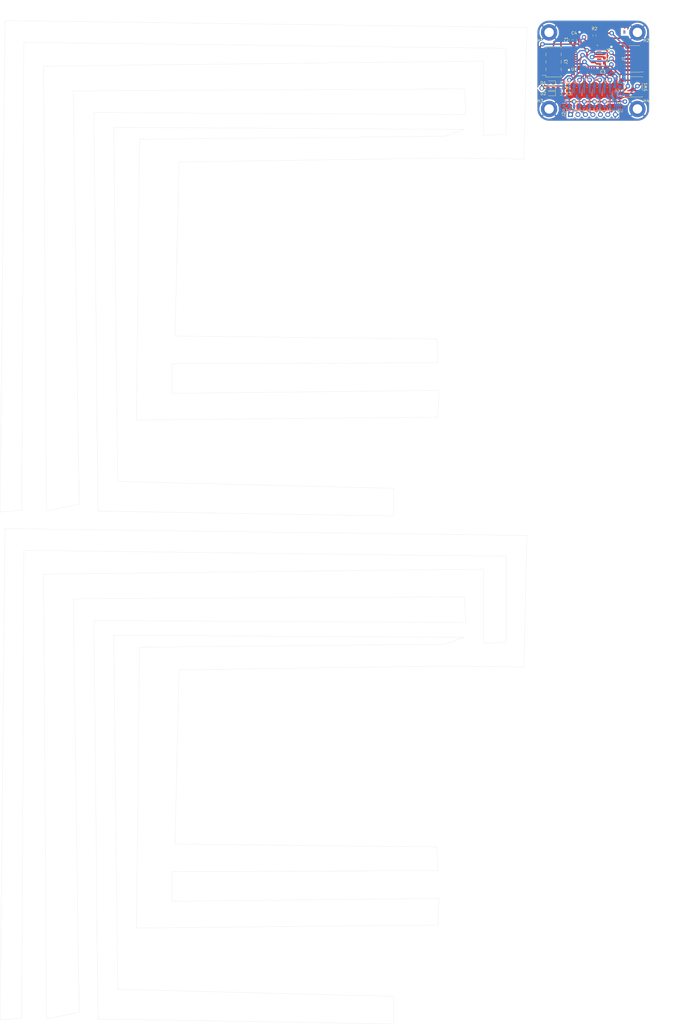
<source format=kicad_pcb>
(kicad_pcb (version 20221018) (generator pcbnew)
  (layers (0 "F.Cu" signal) (31 "B.Cu" signal) (34 "B.Paste" user) (35 "F.Paste" user) (36 "B.SilkS" user "B.Silkscreen") (37 "F.SilkS" user "F.Silkscreen") (38 "B.Mask" user) (39 "F.Mask" user) (44 "Edge.Cuts" user))
  (net 0 "")
  (net 1 "+5V-v2-")
  (net 2 "GND-v2-")
  (net 3 "+3.3V-v2-")
  (net 4 "Net-(D1-K)-v2-")
  (net 6 "Net-(D3-K)-v2-")
  (net 7 "Status_LED-v2-")
  (net 8 "Data_Clock_SNES-v2-")
  (net 9 "Data_Latch_SNES-v2-")
  (net 10 "Net-(D2-K)-v2-")
  (net 11 "Serial_Data1_SNES-v2-")
  (net 12 "Serial_Data2_SNES-v2-")
  (net 13 "SPI_Chip_Select-v2-")
  (net 14 "Chip_Enable-v2-")
  (net 15 "SPI_Digital_Input-v2-")
  (net 16 "SPI_Clock-v2-")
  (net 17 "SPI_Digital_Output-v2-")
  (net 18 "IOBit_SNES-v2-")
  (net 19 "Data_Clock_STM32-v2-")
  (net 20 "Data_Latch_STM32-v2-")
  (net 21 "Appairing_Btn-v2-")
  (net 22 "Net-(U2-BP)-v2-")
  (net 23 "SWDIO-v2-")
  (net 24 "SWDCK-v2-")
  (net 27 "NRST-v2-")
  (net 28 "USART2_RX-v2-")
  (net 29 "USART2_TX-v2-")
  (net 30 "Serial_Data1_STM32-v2-")
  (net 31 "IOBit_STM32-v2-")
  (net 32 "Serial_Data2_STM32-v2-")
  (footprint "Capacitor_SMD:C_0603_1608Metric_Pad1.08x0.95mm_HandSolder" (layer "F.Cu") (at 206.51 14.8025 90)
    (fp_text reference "C2")
    (fp_text value "100n")
  )
  (footprint "Connector_PinSocket_2.54mm:PinSocket_2x04_P2.54mm_Vertical_SMD" (layer "F.Cu") (at 189.25 15.25 180)
    (fp_text reference "J3")
    (fp_text value "Conn_01x08_Socket")
  )
  (footprint "MountingHole:MountingHole_3.2mm_M3_DIN965_Pad" (layer "F.Cu") (at 217.75 31.25)
    (fp_text reference "H4")
    (fp_text value "MountingHole_Pad")
  )
  (footprint "Resistor_SMD:R_0603_1608Metric_Pad0.98x0.95mm_HandSolder" (layer "F.Cu") (at 191.76875 22.45)
    (fp_text reference "R1")
    (fp_text value "1k")
  )
  (footprint "Connector_PinHeader_2.54mm:PinHeader_1x07_P2.54mm_Vertical" (layer "F.Cu") (at 195 33.15 90)
    (fp_text reference "J2")
    (fp_text value "Conn_01x07_Socket")
  )
  (footprint "Button_Switch_SMD:SW_SPST_B3S-1000" (layer "F.Cu") (at 216.25 23.75 180)
    (fp_text reference "SW1")
    (fp_text value "SW_SPST")
  )
  (footprint "Diode_SMD:D_0603_1608Metric_Pad1.05x0.95mm_HandSolder" (layer "F.Cu") (at 188.26875 24.25 180)
    (fp_text reference "D3")
    (fp_text value "LED")
  )
  (footprint "Diode_SMD:D_0603_1608Metric_Pad1.05x0.95mm_HandSolder" (layer "F.Cu") (at 188.26875 22.45 180)
    (fp_text reference "D1")
    (fp_text value "LED_Small")
  )
  (footprint "Capacitor_SMD:C_0603_1608Metric_Pad1.08x0.95mm_HandSolder" (layer "F.Cu") (at 195.05 7.75 90)
    (fp_text reference "C1")
    (fp_text value "10u")
  )
  (footprint "Capacitor_SMD:C_0603_1608Metric_Pad1.08x0.95mm_HandSolder" (layer "F.Cu") (at 206.51 11.5 90)
    (fp_text reference "C5")
    (fp_text value "100n")
  )
  (footprint "MountingHole:MountingHole_3.2mm_M3_DIN965_Pad" (layer "F.Cu") (at 217.75 5.25)
    (fp_text reference "H2")
    (fp_text value "MountingHole_Pad")
  )
  (footprint "MountingHole:MountingHole_3.2mm_M3_DIN965_Pad" (layer "F.Cu") (at 187.75 5.25)
    (fp_text reference "H1")
    (fp_text value "MountingHole_Pad")
  )
  (footprint "Resistor_SMD:R_0603_1608Metric_Pad0.98x0.95mm_HandSolder" (layer "F.Cu") (at 191.76875 26.05)
    (fp_text reference "R3")
    (fp_text value "1k")
  )
  (footprint "Package_QFP:LQFP-32_7x7mm_P0.8mm" (layer "F.Cu") (at 200.6 13.15 180)
    (fp_text reference "U1")
    (fp_text value "STM32L412KBTx")
  )
  (footprint "Resistor_SMD:R_0603_1608Metric_Pad0.98x0.95mm_HandSolder" (layer "F.Cu") (at 191.76875 24.25)
    (fp_text reference "R4")
    (fp_text value "1k")
  )
  (footprint "MountingHole:MountingHole_3.2mm_M3_DIN965_Pad" (layer "F.Cu") (at 187.75 31.25)
    (fp_text reference "H3")
    (fp_text value "MountingHole_Pad")
  )
  (footprint "Connector_PinHeader_1.27mm:PinHeader_2x07_P1.27mm_Vertical_SMD" (layer "F.Cu") (at 216.75 14.25 180)
    (fp_text reference "J1")
    (fp_text value "Conn_02x07_Odd_Even")
  )
  (footprint "Diode_SMD:D_0603_1608Metric_Pad1.05x0.95mm_HandSolder" (layer "F.Cu") (at 188.26875 26.05 180)
    (fp_text reference "D2")
    (fp_text value "LED_Small")
  )
  (footprint "Capacitor_SMD:C_0603_1608Metric_Pad1.08x0.95mm_HandSolder" (layer "F.Cu") (at 196.55 7.75 90)
    (fp_text reference "C4")
    (fp_text value "100n")
  )
  (footprint "Resistor_SMD:R_0603_1608Metric_Pad0.98x0.95mm_HandSolder" (layer "F.Cu") (at 203.17 6.32 90)
    (fp_text reference "R2")
    (fp_text value "10k")
  )
  (footprint "Capacitor_SMD:C_0603_1608Metric_Pad1.08x0.95mm_HandSolder" (layer "F.Cu") (at 206.0025 17.19)
    (fp_text reference "C3")
    (fp_text value "100n")
  )
  (footprint "Resistor_SMD:R_0603_1608Metric_Pad0.98x0.95mm_HandSolder" (layer "B.Cu") (at 200.6 23.45)
    (fp_text reference "R7")
    (fp_text value "10k")
  )
  (footprint "Resistor_SMD:R_0603_1608Metric_Pad0.98x0.95mm_HandSolder" (layer "B.Cu") (at 197.15 30.35)
    (fp_text reference "R11")
    (fp_text value "10k")
  )
  (footprint "Resistor_SMD:R_0603_1608Metric_Pad0.98x0.95mm_HandSolder" (layer "B.Cu") (at 207.5 23.45)
    (fp_text reference "R9")
    (fp_text value "10k")
  )
  (footprint "Resistor_SMD:R_0603_1608Metric_Pad0.98x0.95mm_HandSolder" (layer "B.Cu") (at 207.5 30.35)
    (fp_text reference "R14")
    (fp_text value "10k")
  )
  (footprint "Resistor_SMD:R_0603_1608Metric_Pad0.98x0.95mm_HandSolder" (layer "B.Cu") (at 193.7 23.45)
    (fp_text reference "R5")
    (fp_text value "10k")
  )
  (footprint "Package_TO_SOT_SMD:SOT-23" (layer "B.Cu") (at 207.5 26.15 -90)
    (fp_text reference "Q5")
    (fp_text value "2N7002")
  )
  (footprint "Resistor_SMD:R_0603_1608Metric_Pad0.98x0.95mm_HandSolder" (layer "B.Cu") (at 204.05 30.35)
    (fp_text reference "R13")
    (fp_text value "10k")
  )
  (footprint "Capacitor_SMD:C_0603_1608Metric_Pad1.08x0.95mm_HandSolder" (layer "B.Cu") (at 210.9 22.2 180)
    (fp_text reference "C7")
    (fp_text value "2.2u")
  )
  (footprint "Resistor_SMD:R_0603_1608Metric_Pad0.98x0.95mm_HandSolder" (layer "B.Cu") (at 193.7 30.35)
    (fp_text reference "R10")
    (fp_text value "10k")
  )
  (footprint "Resistor_SMD:R_0603_1608Metric_Pad0.98x0.95mm_HandSolder" (layer "B.Cu") (at 197.15 23.45)
    (fp_text reference "R6")
    (fp_text value "10k")
  )
  (footprint "Package_TO_SOT_SMD:SOT-23" (layer "B.Cu") (at 204.05 26.15 -90)
    (fp_text reference "Q4")
    (fp_text value "2N7002")
  )
  (footprint "Package_TO_SOT_SMD:SOT-23" (layer "B.Cu") (at 197.15 26.15 -90)
    (fp_text reference "Q2")
    (fp_text value "2N7002")
  )
  (footprint "Package_TO_SOT_SMD:SOT-23" (layer "B.Cu") (at 193.7 26.15 -90)
    (fp_text reference "Q1")
    (fp_text value "2N7002")
  )
  (footprint "Package_TO_SOT_SMD:SOT-23" (layer "B.Cu") (at 200.6 26.15 -90)
    (fp_text reference "Q3")
    (fp_text value "2N7002")
  )
  (footprint "Resistor_SMD:R_0603_1608Metric_Pad0.98x0.95mm_HandSolder" (layer "B.Cu") (at 204.05 23.45)
    (fp_text reference "R8")
    (fp_text value "10k")
  )
  (footprint "Capacitor_SMD:C_0603_1608Metric_Pad1.08x0.95mm_HandSolder" (layer "B.Cu") (at 210.9 23.7 180)
    (fp_text reference "C6")
    (fp_text value "470p")
  )
  (footprint "Resistor_SMD:R_0603_1608Metric_Pad0.98x0.95mm_HandSolder" (layer "B.Cu") (at 200.6 30.35)
    (fp_text reference "R12")
    (fp_text value "10k")
  )
  (footprint "Package_SO:MSOP-8_3x3mm_P0.65mm" (layer "B.Cu") (at 211.0125 27.9 -90)
    (fp_text reference "U2")
    (fp_text value "MIC5219-3.3YMM")
  )
  (gr_line (start 16.029937 189.19989) (end 17.039937 340.28989) (stroke (width 0.05)) (layer "Edge.Cuts"))
  (gr_line (start 158.729937 210.68989) (end 152.349937 213.03989) (stroke (width 0.05)) (layer "Edge.Cuts"))
  (gr_arc (start 187.75 35.25) (mid 184.921573 34.078427) (end 183.75 31.25) (stroke (width 0.1)) (layer "Edge.Cuts"))
  (gr_line (start 158.729937 38.18989) (end 152.349937 40.53989) (stroke (width 0.05)) (layer "Edge.Cuts"))
  (gr_line (start 39.869937 37.50989) (end 158.729937 38.18989) (stroke (width 0.05)) (layer "Edge.Cuts"))
  (gr_line (start 180.219937 3.59989) (end 2.929937 1.24989) (stroke (width 0.05)) (layer "Edge.Cuts"))
  (gr_line (start 16.029937 16.69989) (end 17.039937 167.78989) (stroke (width 0.05)) (layer "Edge.Cuts"))
  (gr_line (start 173.159937 212.35989) (end 165.439937 212.69989) (stroke (width 0.05)) (layer "Edge.Cuts"))
  (gr_line (start 149.659937 281.86989) (end 60.679937 280.85989) (stroke (width 0.05)) (layer "Edge.Cuts"))
  (gr_line (start 8.639937 339.94989) (end 9.309937 181.13989) (stroke (width 0.05)) (layer "Edge.Cuts"))
  (gr_line (start 159.059937 24.41989) (end 159.399937 33.14989) (stroke (width 0.05)) (layer "Edge.Cuts"))
  (gr_line (start 59.679937 127.82989) (end 59.679937 117.75989) (stroke (width 0.05)) (layer "Edge.Cuts"))
  (gr_line (start 149.999937 117.42989) (end 149.659937 109.36989) (stroke (width 0.05)) (layer "Edge.Cuts"))
  (gr_line (start 183.75 31.25) (end 183.75 5.25) (stroke (width 0.1)) (layer "Edge.Cuts"))
  (gr_line (start 2.929937 173.74989) (end 1.249937 340.62989) (stroke (width 0.05)) (layer "Edge.Cuts"))
  (gr_line (start 217.75 35.25) (end 187.75 35.25) (stroke (width 0.1)) (layer "Edge.Cuts"))
  (gr_line (start 48.599937 41.53989) (end 47.589937 136.89989) (stroke (width 0.05)) (layer "Edge.Cuts"))
  (gr_line (start 60.679937 108.35989) (end 62.029937 49.26989) (stroke (width 0.05)) (layer "Edge.Cuts"))
  (gr_line (start 26.099937 25.08989) (end 159.059937 24.41989) (stroke (width 0.05)) (layer "Edge.Cuts"))
  (gr_line (start 153.019937 47.91989) (end 179.209937 48.25989) (stroke (width 0.05)) (layer "Edge.Cuts"))
  (gr_line (start 149.999937 289.92989) (end 149.659937 281.86989) (stroke (width 0.05)) (layer "Edge.Cuts"))
  (gr_line (start 173.159937 39.85989) (end 165.439937 40.19989) (stroke (width 0.05)) (layer "Edge.Cuts"))
  (gr_line (start 62.029937 49.26989) (end 153.019937 47.91989) (stroke (width 0.05)) (layer "Edge.Cuts"))
  (gr_line (start 187.75 1.25) (end 217.75 1.25) (stroke (width 0.1)) (layer "Edge.Cuts"))
  (gr_line (start 221.75 5.25) (end 221.75 31.25) (stroke (width 0.1)) (layer "Edge.Cuts"))
  (gr_line (start 28.119937 165.43989) (end 26.099937 25.08989) (stroke (width 0.05)) (layer "Edge.Cuts"))
  (gr_line (start 48.599937 214.03989) (end 47.589937 309.39989) (stroke (width 0.05)) (layer "Edge.Cuts"))
  (gr_line (start 39.869937 210.00989) (end 158.729937 210.68989) (stroke (width 0.05)) (layer "Edge.Cuts"))
  (gr_line (start 1.249937 168.12989) (end 8.639937 167.44989) (stroke (width 0.05)) (layer "Edge.Cuts"))
  (gr_line (start 159.399937 205.64989) (end 33.149937 204.97989) (stroke (width 0.05)) (layer "Edge.Cuts"))
  (gr_arc (start 183.75 5.25) (mid 184.921573 2.421573) (end 187.75 1.25) (stroke (width 0.1)) (layer "Edge.Cuts"))
  (gr_line (start 150.329937 299.32989) (end 59.679937 300.32989) (stroke (width 0.05)) (layer "Edge.Cuts"))
  (gr_line (start 28.119937 337.93989) (end 26.099937 197.58989) (stroke (width 0.05)) (layer "Edge.Cuts"))
  (gr_line (start 173.159937 10.64989) (end 173.159937 39.85989) (stroke (width 0.05)) (layer "Edge.Cuts"))
  (gr_arc (start 221.75 31.25) (mid 220.578427 34.078427) (end 217.75 35.25) (stroke (width 0.1)) (layer "Edge.Cuts"))
  (gr_line (start 33.149937 204.97989) (end 34.489937 340.28989) (stroke (width 0.05)) (layer "Edge.Cuts"))
  (gr_line (start 59.679937 117.75989) (end 149.999937 117.42989) (stroke (width 0.05)) (layer "Edge.Cuts"))
  (gr_line (start 180.219937 176.09989) (end 2.929937 173.74989) (stroke (width 0.05)) (layer "Edge.Cuts"))
  (gr_line (start 41.209937 157.71989) (end 39.869937 37.50989) (stroke (width 0.05)) (layer "Edge.Cuts"))
  (gr_line (start 173.159937 183.14989) (end 173.159937 212.35989) (stroke (width 0.05)) (layer "Edge.Cuts"))
  (gr_line (start 134.889937 169.46989) (end 134.889937 160.06989) (stroke (width 0.05)) (layer "Edge.Cuts"))
  (gr_line (start 8.639937 167.44989) (end 9.309937 8.63989) (stroke (width 0.05)) (layer "Edge.Cuts"))
  (gr_line (start 47.589937 136.89989) (end 149.999937 135.88989) (stroke (width 0.05)) (layer "Edge.Cuts"))
  (gr_line (start 34.489937 340.28989) (end 134.889937 341.96989) (stroke (width 0.05)) (layer "Edge.Cuts"))
  (gr_line (start 59.679937 300.32989) (end 59.679937 290.25989) (stroke (width 0.05)) (layer "Edge.Cuts"))
  (gr_line (start 149.999937 135.88989) (end 150.329937 126.82989) (stroke (width 0.05)) (layer "Edge.Cuts"))
  (gr_line (start 33.149937 32.47989) (end 34.489937 167.78989) (stroke (width 0.05)) (layer "Edge.Cuts"))
  (gr_line (start 26.099937 197.58989) (end 159.059937 196.91989) (stroke (width 0.05)) (layer "Edge.Cuts"))
  (gr_line (start 150.329937 126.82989) (end 59.679937 127.82989) (stroke (width 0.05)) (layer "Edge.Cuts"))
  (gr_line (start 165.439937 15.01989) (end 16.029937 16.69989) (stroke (width 0.05)) (layer "Edge.Cuts"))
  (gr_line (start 59.679937 290.25989) (end 149.999937 289.92989) (stroke (width 0.05)) (layer "Edge.Cuts"))
  (gr_line (start 149.999937 308.38989) (end 150.329937 299.32989) (stroke (width 0.05)) (layer "Edge.Cuts"))
  (gr_line (start 159.399937 33.14989) (end 33.149937 32.47989) (stroke (width 0.05)) (layer "Edge.Cuts"))
  (gr_line (start 153.019937 220.41989) (end 179.209937 220.75989) (stroke (width 0.05)) (layer "Edge.Cuts"))
  (gr_line (start 179.209937 48.25989) (end 180.219937 3.59989) (stroke (width 0.05)) (layer "Edge.Cuts"))
  (gr_line (start 41.209937 330.21989) (end 39.869937 210.00989) (stroke (width 0.05)) (layer "Edge.Cuts"))
  (gr_line (start 152.349937 40.53989) (end 48.599937 41.53989) (stroke (width 0.05)) (layer "Edge.Cuts"))
  (gr_line (start 134.889937 341.96989) (end 134.889937 332.56989) (stroke (width 0.05)) (layer "Edge.Cuts"))
  (gr_line (start 47.589937 309.39989) (end 149.999937 308.38989) (stroke (width 0.05)) (layer "Edge.Cuts"))
  (gr_line (start 34.489937 167.78989) (end 134.889937 169.46989) (stroke (width 0.05)) (layer "Edge.Cuts"))
  (gr_line (start 165.439937 40.19989) (end 165.439937 15.01989) (stroke (width 0.05)) (layer "Edge.Cuts"))
  (gr_line (start 159.059937 196.91989) (end 159.399937 205.64989) (stroke (width 0.05)) (layer "Edge.Cuts"))
  (gr_line (start 134.889937 332.56989) (end 41.209937 330.21989) (stroke (width 0.05)) (layer "Edge.Cuts"))
  (gr_line (start 9.309937 181.13989) (end 173.159937 183.14989) (stroke (width 0.05)) (layer "Edge.Cuts"))
  (gr_arc (start 217.75 1.25) (mid 220.578427 2.421573) (end 221.75 5.25) (stroke (width 0.1)) (layer "Edge.Cuts"))
  (gr_line (start 1.249937 340.62989) (end 8.639937 339.94989) (stroke (width 0.05)) (layer "Edge.Cuts"))
  (gr_line (start 165.439937 212.69989) (end 165.439937 187.51989) (stroke (width 0.05)) (layer "Edge.Cuts"))
  (gr_line (start 165.439937 187.51989) (end 16.029937 189.19989) (stroke (width 0.05)) (layer "Edge.Cuts"))
  (gr_line (start 60.679937 280.85989) (end 62.029937 221.76989) (stroke (width 0.05)) (layer "Edge.Cuts"))
  (gr_line (start 179.209937 220.75989) (end 180.219937 176.09989) (stroke (width 0.05)) (layer "Edge.Cuts"))
  (gr_line (start 2.929937 1.24989) (end 1.249937 168.12989) (stroke (width 0.05)) (layer "Edge.Cuts"))
  (gr_line (start 9.309937 8.63989) (end 173.159937 10.64989) (stroke (width 0.05)) (layer "Edge.Cuts"))
  (gr_line (start 134.889937 160.06989) (end 41.209937 157.71989) (stroke (width 0.05)) (layer "Edge.Cuts"))
  (gr_line (start 17.039937 340.28989) (end 28.119937 337.93989) (stroke (width 0.05)) (layer "Edge.Cuts"))
  (gr_line (start 62.029937 221.76989) (end 153.019937 220.41989) (stroke (width 0.05)) (layer "Edge.Cuts"))
  (gr_line (start 152.349937 213.03989) (end 48.599937 214.03989) (stroke (width 0.05)) (layer "Edge.Cuts"))
  (gr_line (start 149.659937 109.36989) (end 60.679937 108.35989) (stroke (width 0.05)) (layer "Edge.Cuts"))
  (gr_line (start 17.039937 167.78989) (end 28.119937 165.43989) (stroke (width 0.05)) (layer "Edge.Cuts"))
  (gr_text "T" (at 212.75 5.75) (layer "F.Cu") (effects (font (size 1 1)) (justify left bottom)))
  (gr_text "SNES Plug" (at 205.75 3.75) (layer "F.Cu") (effects (font (size 1 1)) (justify left bottom)))
  (gr_text "B" (at 212.75 5.75) (layer "B.Cu") (effects (font (size 1 1)) (justify left bottom)))
  (segment (start 191.5 28.75) (end 196.2375 28.75) (width 0.5) (layer "F.Cu") (net 1))
  (segment (start 196.2375 28.75) (end 199.6875 28.75) (width 0.3) (layer "F.Cu") (net 1))
  (segment (start 196.2375 31.9125) (end 195 33.15) (width 0.5) (layer "F.Cu") (net 1))
  (segment (start 196.2375 28.75) (end 196.2375 31.9125) (width 0.5) (layer "F.Cu") (net 1))
  (segment (start 203.1375 28.75) (end 199.6875 28.75) (width 0.5) (layer "F.Cu") (net 1))
  (segment (start 187.39375 26.05) (end 187.39375 26.084561) (width 0.5) (layer "F.Cu") (net 1))
  (segment (start 187.39375 26.084561) (end 188.809189 27.5) (width 0.5) (layer "F.Cu") (net 1))
  (segment (start 188.809189 27.5) (end 190.25 27.5) (width 0.5) (layer "F.Cu") (net 1))
  (segment (start 206.5875 28.75) (end 213.5 28.75) (width 0.5) (layer "F.Cu") (net 1))
  (segment (start 203.1375 28.75) (end 206.5875 28.75) (width 0.5) (layer "F.Cu") (net 1))
  (segment (start 190.25 27.5) (end 191.5 28.75) (width 0.5) (layer "F.Cu") (net 1))
  (via (at 213.5 28.75) (size 1.6) (drill 0.8) (layers "F.Cu" "B.Cu") (net 1))
  (via (at 199.6875 28.75) (size 1.6) (drill 0.8) (layers "F.Cu" "B.Cu") (net 1))
  (via (at 203.1375 28.75) (size 1.6) (drill 0.8) (layers "F.Cu" "B.Cu") (net 1))
  (via (at 206.5875 28.75) (size 1.6) (drill 0.8) (layers "F.Cu" "B.Cu") (net 1))
  (via (at 196.2375 28.75) (size 1.6) (drill 0.8) (layers "F.Cu" "B.Cu") (net 1))
  (segment (start 195 33.15) (end 195 32.5625) (width 0.5) (layer "B.Cu") (net 1))
  (segment (start 199.6875 28.75) (end 199.6875 30.35) (width 0.5) (layer "B.Cu") (net 1))
  (segment (start 212.106739 28.65) (end 210.6875 27.230761) (width 0.5) (layer "B.Cu") (net 1))
  (segment (start 213.5 28.75) (end 213.4 28.65) (width 0.5) (layer "B.Cu") (net 1))
  (segment (start 195 32.5625) (end 192.7875 30.35) (width 0.5) (layer "B.Cu") (net 1))
  (segment (start 206.5875 28.75) (end 206.5875 30.35) (width 0.5) (layer "B.Cu") (net 1))
  (segment (start 203.1375 28.75) (end 203.1375 30.35) (width 0.5) (layer "B.Cu") (net 1))
  (segment (start 210.6875 25.7875) (end 210.6875 27.230761) (width 0.3) (layer "B.Cu") (net 1))
  (segment (start 213.4 28.65) (end 212.106739 28.65) (width 0.5) (layer "B.Cu") (net 1))
  (segment (start 196.2375 30.35) (end 196.2375 28.75) (width 0.5) (layer "B.Cu") (net 1))
  (segment (start 206.865 17.19) (end 206.865 16.02) (width 0.5) (layer "F.Cu") (net 2))
  (segment (start 195.05 6.8875) (end 196.55 6.8875) (width 0.5) (layer "F.Cu") (net 2))
  (segment (start 207.535 14.566193) (end 207.535 11.6625) (width 0.5) (layer "F.Cu") (net 2))
  (segment (start 206.865 16.02) (end 206.51 15.665) (width 0.5) (layer "F.Cu") (net 2))
  (segment (start 196.55 6.8875) (end 196.55 6.7) (width 0.5) (layer "F.Cu") (net 2))
  (segment (start 206.51 15.665) (end 206.51 15.591193) (width 0.5) (layer "F.Cu") (net 2))
  (segment (start 207.535 11.6625) (end 206.51 10.6375) (width 0.5) (layer "F.Cu") (net 2))
  (segment (start 196.55 6.7) (end 198.1 5.15) (width 0.5) (layer "F.Cu") (net 2))
  (segment (start 203.4 17.325) (end 204.29 18.215) (width 0.5) (layer "F.Cu") (net 2))
  (segment (start 193.44 19.06) (end 191.77 19.06) (width 0.5) (layer "F.Cu") (net 2))
  (segment (start 208.411689 10.6375) (end 206.51 10.6375) (width 0.5) (layer "F.Cu") (net 2))
  (segment (start 197.8 5.45) (end 197.8 8.975) (width 0.5) (layer "F.Cu") (net 2))
  (segment (start 205.84 18.215) (end 206.865 17.19) (width 0.5) (layer "F.Cu") (net 2))
  (segment (start 204.29 18.215) (end 205.84 18.215) (width 0.5) (layer "F.Cu") (net 2))
  (segment (start 208.899189 10.15) (end 208.411689 10.6375) (width 0.5) (layer "F.Cu") (net 2))
  (segment (start 194.5 18) (end 193.44 19.06) (width 0.5) (layer "F.Cu") (net 2))
  (segment (start 206.51 15.591193) (end 207.535 14.566193) (width 0.5) (layer "F.Cu") (net 2))
  (segment (start 198.1 5.15) (end 197.8 5.45) (width 0.5) (layer "F.Cu") (net 2))
  (via (at 208.899189 10.15) (size 1.6) (drill 0.8) (layers "F.Cu" "B.Cu") (net 2))
  (via (at 210.0375 20.15) (size 1.6) (drill 0.8) (layers "F.Cu" "B.Cu") (net 2))
  (via (at 198.1 5.15) (size 1.6) (drill 0.8) (layers "F.Cu" "B.Cu") (net 2))
  (via (at 194.5 18) (size 1.6) (drill 0.8) (layers "F.Cu" "B.Cu") (net 2))
  (segment (start 206.15 10.15) (end 201.15 5.15) (width 0.5) (layer "B.Cu") (net 2))
  (segment (start 201.15 5.15) (end 198.1 5.15) (width 0.5) (layer "B.Cu") (net 2))
  (segment (start 210.0375 20.1875) (end 210 20.15) (width 0.5) (layer "B.Cu") (net 2))
  (segment (start 210.0375 22.2) (end 210.0375 20.15) (width 0.5) (layer "B.Cu") (net 2))
  (segment (start 208.899189 10.15) (end 206.15 10.15) (width 0.5) (layer "B.Cu") (net 2))
  (segment (start 210.0375 22.2) (end 210.0375 23.7) (width 0.5) (layer "B.Cu") (net 2))
  (segment (start 204.775 12.75) (end 203.75 12.75) (width 0.5) (layer "F.Cu") (net 3))
  (segment (start 206.1225 12.75) (end 204.775 12.75) (width 0.5) (layer "F.Cu") (net 3))
  (segment (start 203.420406 15.5) (end 202.290811 15.5) (width 0.5) (layer "F.Cu") (net 3))
  (segment (start 203.870406 15.95) (end 203.420406 15.5) (width 0.5) (layer "F.Cu") (net 3))
  (segment (start 185.25 24.25) (end 185.25 20.54) (width 0.5) (layer "F.Cu") (net 3))
  (segment (start 196.425 10.35) (end 196.425 8.7375) (width 0.5) (layer "F.Cu") (net 3))
  (segment (start 212.275 21.5) (end 220.225 21.5) (width 0.5) (layer "F.Cu") (net 3))
  (segment (start 218.7 16.79) (end 220.4 16.79) (width 0.5) (layer "F.Cu") (net 3))
  (segment (start 185.25 20.54) (end 186.73 19.06) (width 0.5) (layer "F.Cu") (net 3))
  (segment (start 217.75 23.5) (end 218.225 23.5) (width 0.5) (layer "F.Cu") (net 3))
  (segment (start 196.425 8.7375) (end 196.55 8.6125) (width 0.5) (layer "F.Cu") (net 3))
  (segment (start 202.290811 15.5) (end 200.6 13.809189) (width 0.5) (layer "F.Cu") (net 3))
  (segment (start 220.75 20.975) (end 220.75 17.14) (width 0.5) (layer "F.Cu") (net 3))
  (segment (start 187.39375 24.25) (end 185.25 24.25) (width 0.5) (layer "F.Cu") (net 3))
  (segment (start 220.225 21.5) (end 220.75 20.975) (width 0.5) (layer "F.Cu") (net 3))
  (segment (start 218.225 23.5) (end 220.225 21.5) (width 0.5) (layer "F.Cu") (net 3))
  (segment (start 205.14 17.19) (end 205.14 16.315) (width 0.5) (layer "F.Cu") (net 3))
  (segment (start 204.775 15.95) (end 203.870406 15.95) (width 0.5) (layer "F.Cu") (net 3))
  (segment (start 199.55 10.35) (end 196.425 10.35) (width 0.5) (layer "F.Cu") (net 3))
  (segment (start 195.05 8.975) (end 196.425 10.35) (width 0.5) (layer "F.Cu") (net 3))
  (segment (start 200.6 11.4) (end 199.55 10.35) (width 0.5) (layer "F.Cu") (net 3))
  (segment (start 206.51 12.3625) (end 206.1225 12.75) (width 0.5) (layer "F.Cu") (net 3))
  (segment (start 200.6 13.809189) (end 200.6 11.4) (width 0.5) (layer "F.Cu") (net 3))
  (segment (start 220.4 16.79) (end 220.75 17.14) (width 0.5) (layer "F.Cu") (net 3))
  (segment (start 203.75 12.75) (end 202.4 11.4) (width 0.5) (layer "F.Cu") (net 3))
  (segment (start 205.14 16.315) (end 204.775 15.95) (width 0.5) (layer "F.Cu") (net 3))
  (segment (start 195.05 8.6125) (end 195.05 8.975) (width 0.5) (layer "F.Cu") (net 3))
  (segment (start 202.4 11.4) (end 200.6 11.4) (width 0.5) (layer "F.Cu") (net 3))
  (via (at 217.75 23.5) (size 1.6) (drill 0.8) (layers "F.Cu" "B.Cu") (net 3))
  (via (at 185.25 24.25) (size 1.6) (drill 0.8) (layers "F.Cu" "B.Cu") (net 3))
  (via (at 200.6 11.4) (size 1.6) (drill 0.8) (layers "F.Cu" "B.Cu") (net 3))
  (segment (start 211.3375 25.7875) (end 211.3375 26.727817) (width 0.3) (layer "B.Cu") (net 3))
  (segment (start 194.053311 20.05) (end 195.171689 20.05) (width 0.5) (layer "B.Cu") (net 3))
  (segment (start 198.621689 20.05) (end 197.303311 20.05) (width 0.5) (layer "B.Cu") (net 3))
  (segment (start 205.521689 20.05) (end 204.203311 20.05) (width 0.5) (layer "B.Cu") (net 3))
  (segment (start 213 22.75) (end 212.45 22.2) (width 0.5) (layer "B.Cu") (net 3))
  (segment (start 195.171689 20.05) (end 196.2375 21.115811) (width 0.5) (layer "B.Cu") (net 3))
  (segment (start 203.1 23.4875) (end 203.1375 23.45) (width 0.5) (layer "B.Cu") (net 3))
  (segment (start 200.6 11.4) (end 198.35 11.4) (width 0.5) (layer "B.Cu") (net 3))
  (segment (start 212.45 22.2) (end 211.7625 22.2) (width 0.5) (layer "B.Cu") (net 3))
  (segment (start 199.65 25.2125) (end 199.65 23.4875) (width 0.5) (layer "B.Cu") (net 3))
  (segment (start 202.071689 20.05) (end 203.1375 21.115811) (width 0.5) (layer "B.Cu") (net 3))
  (segment (start 186.05 23.45) (end 192.7875 23.45) (width 0.5) (layer "B.Cu") (net 3))
  (segment (start 199.6875 21.115811) (end 198.621689 20.05) (width 0.5) (layer "B.Cu") (net 3))
  (segment (start 206.5875 21.115811) (end 205.521689 20.05) (width 0.5) (layer "B.Cu") (net 3))
  (segment (start 211.3375 26.727817) (end 211.759683 27.15) (width 0.3) (layer "B.Cu") (net 3))
  (segment (start 214.743261 26.506739) (end 213 26.506739) (width 0.5) (layer "B.Cu") (net 3))
  (segment (start 199.6875 23.45) (end 199.6875 21.115811) (width 0.5) (layer "B.Cu") (net 3))
  (segment (start 192.75 23.4875) (end 192.7875 23.45) (width 0.5) (layer "B.Cu") (net 3))
  (segment (start 213 26.506739) (end 213 22.75) (width 0.5) (layer "B.Cu") (net 3))
  (segment (start 204.203311 20.05) (end 203.1375 21.115811) (width 0.5) (layer "B.Cu") (net 3))
  (segment (start 192.7875 23.45) (end 192.7875 21.315811) (width 0.5) (layer "B.Cu") (net 3))
  (segment (start 192.7875 21.315811) (end 194.053311 20.05) (width 0.5) (layer "B.Cu") (net 3))
  (segment (start 213 26.506739) (end 212.356739 27.15) (width 0.5) (layer "B.Cu") (net 3))
  (segment (start 203.1 25.2125) (end 203.1 23.4875) (width 0.5) (layer "B.Cu") (net 3))
  (segment (start 196.2375 21.115811) (end 196.2375 23.45) (width 0.5) (layer "B.Cu") (net 3))
  (segment (start 199.6875 21.115811) (end 200.753311 20.05) (width 0.5) (layer "B.Cu") (net 3))
  (segment (start 210.596689 18.8) (end 208.903311 18.8) (width 0.5) (layer "B.Cu") (net 3))
  (segment (start 196.2 23.4875) (end 196.2375 23.45) (width 0.5) (layer "B.Cu") (net 3))
  (segment (start 197.303311 20.05) (end 196.2375 21.115811) (width 0.5) (layer "B.Cu") (net 3))
  (segment (start 198.35 11.4) (end 197.303311 12.446689) (width 0.5) (layer "B.Cu") (net 3))
  (segment (start 206.55 25.2125) (end 206.55 23.4875) (width 0.5) (layer "B.Cu") (net 3))
  (segment (start 192.75 25.2125) (end 192.75 23.4875) (width 0.5) (layer "B.Cu") (net 3))
  (segment (start 185.25 24.25) (end 186.05 23.45) (width 0.5) (layer "B.Cu") (net 3))
  (segment (start 208.903311 18.8) (end 206.5875 21.115811) (width 0.5) (layer "B.Cu") (net 3))
  (segment (start 196.2 25.2125) (end 196.2 23.4875) (width 0.5) (layer "B.Cu") (net 3))
  (segment (start 211.7625 22.2) (end 211.7625 19.965811) (width 0.5) (layer "B.Cu") (net 3))
  (segment (start 206.55 23.4875) (end 206.5875 23.45) (width 0.5) (layer "B.Cu") (net 3))
  (segment (start 203.1375 21.115811) (end 203.1375 23.45) (width 0.5) (layer "B.Cu") (net 3))
  (segment (start 206.5875 23.45) (end 206.5875 21.115811) (width 0.5) (layer "B.Cu") (net 3))
  (segment (start 211.7625 19.965811) (end 210.596689 18.8) (width 0.5) (layer "B.Cu") (net 3))
  (segment (start 212.356739 27.15) (end 211.759683 27.15) (width 0.5) (layer "B.Cu") (net 3))
  (segment (start 200.753311 20.05) (end 202.071689 20.05) (width 0.5) (layer "B.Cu") (net 3))
  (segment (start 214.743261 26.506739) (end 217.75 23.5) (width 0.5) (layer "B.Cu") (net 3))
  (segment (start 197.303311 12.446689) (end 197.303311 20.05) (width 0.5) (layer "B.Cu") (net 3))
  (segment (start 199.65 23.4875) (end 199.6875 23.45) (width 0.5) (layer "B.Cu") (net 3))
  (segment (start 190.85625 22.45) (end 189.14375 22.45) (width 0.5) (layer "F.Cu") (net 4))
  (segment (start 190.85625 24.25) (end 189.14375 24.25) (width 0.5) (layer "F.Cu") (net 6))
  (segment (start 188.41875 21.425) (end 192.575 21.425) (width 0.5) (layer "F.Cu") (net 7))
  (segment (start 195.125 20) (end 197.8 17.325) (width 0.5) (layer "F.Cu") (net 7))
  (segment (start 194 20) (end 195.125 20) (width 0.5) (layer "F.Cu") (net 7))
  (segment (start 187.39375 22.45) (end 188.41875 21.425) (width 0.5) (layer "F.Cu") (net 7))
  (segment (start 192.575 21.425) (end 194 20) (width 0.5) (layer "F.Cu") (net 7))
  (segment (start 197.54 32.54) (end 196.75 31.75) (width 0.5) (layer "B.Cu") (net 8))
  (segment (start 194.6125 28) (end 193.7 27.0875) (width 0.5) (layer "B.Cu") (net 8))
  (segment (start 197.54 33.15) (end 197.54 32.54) (width 0.5) (layer "B.Cu") (net 8))
  (segment (start 196.0125 31.75) (end 194.6125 30.35) (width 0.5) (layer "B.Cu") (net 8))
  (segment (start 196.75 31.75) (end 196.0125 31.75) (width 0.5) (layer "B.Cu") (net 8))
  (segment (start 194.6125 30.35) (end 194.6125 28) (width 0.5) (layer "B.Cu") (net 8))
  (segment (start 198.0625 31.2125) (end 200 33.15) (width 0.5) (layer "B.Cu") (net 9))
  (segment (start 198.0625 30.35) (end 198.0625 28) (width 0.5) (layer "B.Cu") (net 9))
  (segment (start 198.0625 30.35) (end 198.0625 31.2125) (width 0.5) (layer "B.Cu") (net 9))
  (segment (start 198.0625 28) (end 197.15 27.0875) (width 0.5) (layer "B.Cu") (net 9))
  (segment (start 189.14375 26.05) (end 190.85625 26.05) (width 0.5) (layer "F.Cu") (net 10))
  (segment (start 201.5125 30.35) (end 201.5125 28) (width 0.5) (layer "B.Cu") (net 11))
  (segment (start 201.5125 32.1625) (end 202.5 33.15) (width 0.5) (layer "B.Cu") (net 11))
  (segment (start 201.5125 28) (end 200.6 27.0875) (width 0.5) (layer "B.Cu") (net 11))
  (segment (start 201.5125 30.35) (end 201.5125 32.1625) (width 0.5) (layer "B.Cu") (net 11))
  (segment (start 204.9625 30.35) (end 204.9625 28) (width 0.5) (layer "B.Cu") (net 12))
  (segment (start 204.9625 33.1125) (end 205 33.15) (width 0.5) (layer "B.Cu") (net 12))
  (segment (start 204.9625 28) (end 204.05 27.0875) (width 0.5) (layer "B.Cu") (net 12))
  (segment (start 204.9625 30.35) (end 204.9625 33.1125) (width 0.5) (layer "B.Cu") (net 12))
  (segment (start 193.5 15.25) (end 188 15.25) (width 0.5) (layer "F.Cu") (net 13))
  (segment (start 194 14.75) (end 193.5 15.25) (width 0.5) (layer "F.Cu") (net 13))
  (segment (start 196.425 11.15) (end 194.85 11.15) (width 0.5) (layer "F.Cu") (net 13))
  (segment (start 188 15.25) (end 186.73 16.52) (width 0.5) (layer "F.Cu") (net 13))
  (segment (start 194.85 11.15) (end 194 12) (width 0.5) (layer "F.Cu") (net 13))
  (segment (start 194 12) (end 194 14.75) (width 0.5) (layer "F.Cu") (net 13))
  (segment (start 195.520406 11.95) (end 196.425 11.95) (width 0.5) (layer "F.Cu") (net 14))
  (segment (start 194.23 16.52) (end 195.125 15.625) (width 0.5) (layer "F.Cu") (net 14))
  (segment (start 191.77 16.52) (end 194.23 16.52) (width 0.5) (layer "F.Cu") (net 14))
  (segment (start 195.125 12.345406) (end 195.520406 11.95) (width 0.5) (layer "F.Cu") (net 14))
  (segment (start 195.125 15.625) (end 195.125 12.345406) (width 0.5) (layer "F.Cu") (net 14))
  (segment (start 191.77 11.44) (end 191.77 8.516307) (width 0.5) (layer "F.Cu") (net 15))
  (segment (start 196.486307 3.8) (end 198.8 3.8) (width 0.5) (layer "F.Cu") (net 15))
  (segment (start 191.77 8.516307) (end 196.486307 3.8) (width 0.5) (layer "F.Cu") (net 15))
  (segment (start 201 6) (end 201 8.975) (width 0.5) (layer "F.Cu") (net 15))
  (segment (start 198.8 3.8) (end 201 6) (width 0.5) (layer "F.Cu") (net 15))
  (segment (start 189.25 9) (end 195.75 2.5) (width 0.5) (layer "F.Cu") (net 16))
  (segment (start 190.77 13.98) (end 189.25 12.46) (width 0.5) (layer "F.Cu") (net 16))
  (segment (start 191.77 13.98) (end 190.77 13.98) (width 0.5) (layer "F.Cu") (net 16))
  (segment (start 189.25 12.46) (end 189.25 9) (width 0.5) (layer "F.Cu") (net 16))
  (segment (start 201.8 4.55) (end 201.8 8.975) (width 0.5) (layer "F.Cu") (net 16))
  (segment (start 195.75 2.5) (end 199.75 2.5) (width 0.5) (layer "F.Cu") (net 16))
  (segment (start 199.75 2.5) (end 201.8 4.55) (width 0.5) (layer "F.Cu") (net 16))
  (segment (start 186.73 13.98) (end 185.73 13.98) (width 0.5) (layer "F.Cu") (net 17))
  (segment (start 200.2 8.070406) (end 200.2 8.975) (width 0.5) (layer "F.Cu") (net 17))
  (segment (start 199.6 7.470406) (end 200.2 8.070406) (width 0.5) (layer "F.Cu") (net 17))
  (segment (start 184.68 10.07) (end 185.5 9.25) (width 0.5) (layer "F.Cu") (net 17))
  (segment (start 199.6 6.9) (end 199.6 7.470406) (width 0.5) (layer "F.Cu") (net 17))
  (segment (start 185.73 13.98) (end 184.68 12.93) (width 0.5) (layer "F.Cu") (net 17))
  (segment (start 184.68 12.93) (end 184.68 10.07) (width 0.5) (layer "F.Cu") (net 17))
  (via (at 185.5 9.25) (size 1.6) (drill 0.8) (layers "F.Cu" "B.Cu") (net 17))
  (via (at 199.6 6.9) (size 1.6) (drill 0.8) (layers "F.Cu" "B.Cu") (net 17))
  (segment (start 185.5 9.25) (end 197.25 9.25) (width 0.5) (layer "B.Cu") (net 17))
  (segment (start 197.25 9.25) (end 199.6 6.9) (width 0.5) (layer "B.Cu") (net 17))
  (segment (start 208.4125 28) (end 207.5 27.0875) (width 0.5) (layer "B.Cu") (net 18))
  (segment (start 208.4125 30.35) (end 208.4125 28) (width 0.5) (layer "B.Cu") (net 18))
  (segment (start 208.4125 30.35) (end 208.4125 32.2375) (width 0.5) (layer "B.Cu") (net 18))
  (segment (start 208.4125 32.2375) (end 207.5 33.15) (width 0.5) (layer "B.Cu") (net 18))
  (segment (start 194.6125 21.4) (end 195.429594 21.4) (width 0.5) (layer "F.Cu") (net 19))
  (segment (start 195.429594 21.4) (end 198.6 18.229594) (width 0.5) (layer "F.Cu") (net 19))
  (segment (start 198.6 18.229594) (end 198.6 17.325) (width 0.5) (layer "F.Cu") (net 19))
  (via (at 194.6125 21.4) (size 1.6) (drill 0.8) (layers "F.Cu" "B.Cu") (net 19))
  (segment (start 194.65 23.4875) (end 194.6125 23.45) (width 0.5) (layer "B.Cu") (net 19))
  (segment (start 194.6125 23.45) (end 194.6125 21.4) (width 0.5) (layer "B.Cu") (net 19))
  (segment (start 194.65 25.2125) (end 194.65 23.4875) (width 0.5) (layer "B.Cu") (net 19))
  (segment (start 199.4 20.0625) (end 199.4 17.325) (width 0.5) (layer "F.Cu") (net 20))
  (segment (start 198.0625 21.4) (end 199.4 20.0625) (width 0.5) (layer "F.Cu") (net 20))
  (via (at 198.0625 21.4) (size 1.6) (drill 0.8) (layers "F.Cu" "B.Cu") (net 20))
  (segment (start 198.1 25.2125) (end 198.1 23.4875) (width 0.5) (layer "B.Cu") (net 20))
  (segment (start 198.0625 23.45) (end 198.0625 21.4) (width 0.5) (layer "B.Cu") (net 20))
  (segment (start 198.1 23.4875) (end 198.0625 23.45) (width 0.5) (layer "B.Cu") (net 20))
  (segment (start 204.9025 5.5) (end 203.17 7.2325) (width 0.5) (layer "F.Cu") (net 21))
  (segment (start 212.275 25.975) (end 212.275 26) (width 0.5) (layer "F.Cu") (net 21))
  (segment (start 220.225 26) (end 212.275 26) (width 0.5) (layer "F.Cu") (net 21))
  (segment (start 202.6 8.975) (end 202.6 7.8025) (width 0.5) (layer "F.Cu") (net 21))
  (segment (start 202.6 7.8025) (end 203.17 7.2325) (width 0.5) (layer "F.Cu") (net 21))
  (segment (start 214.5 23.75) (end 212.275 25.975) (width 0.5) (layer "F.Cu") (net 21))
  (segment (start 209 5.5) (end 204.9025 5.5) (width 0.5) (layer "F.Cu") (net 21))
  (segment (start 214.5 23.5) (end 214.5 23.75) (width 0.5) (layer "F.Cu") (net 21))
  (via (at 214.5 23.5) (size 1.6) (drill 0.8) (layers "F.Cu" "B.Cu") (net 21))
  (via (at 209 5.5) (size 1.6) (drill 0.8) (layers "F.Cu" "B.Cu") (net 21))
  (segment (start 214.5 23.5) (end 214.5 11) (width 0.5) (layer "B.Cu") (net 21))
  (segment (start 214.5 11) (end 209 5.5) (width 0.5) (layer "B.Cu") (net 21))
  (segment (start 211.9875 23.925) (end 211.7625 23.7) (width 0.3) (layer "B.Cu") (net 22))
  (segment (start 211.9875 25.7875) (end 211.9875 23.925) (width 0.3) (layer "B.Cu") (net 22))
  (segment (start 212.809189 18.06) (end 208.899189 14.15) (width 0.5) (layer "F.Cu") (net 23))
  (segment (start 196.425 15.15) (end 197.329594 15.15) (width 0.5) (layer "F.Cu") (net 23))
  (segment (start 214.8 18.06) (end 212.809189 18.06) (width 0.5) (layer "F.Cu") (net 23))
  (segment (start 199.1 13.379594) (end 199.1 13) (width 0.5) (layer "F.Cu") (net 23))
  (segment (start 197.329594 15.15) (end 199.1 13.379594) (width 0.5) (layer "F.Cu") (net 23))
  (via (at 199.1 13) (size 1.6) (drill 0.8) (layers "F.Cu" "B.Cu") (net 23))
  (via (at 208.899189 14.15) (size 1.6) (drill 0.8) (layers "F.Cu" "B.Cu") (net 23))
  (segment (start 201.75 15) (end 208.049189 15) (width 0.5) (layer "B.Cu") (net 23))
  (segment (start 208.049189 15) (end 208.899189 14.15) (width 0.5) (layer "B.Cu") (net 23))
  (segment (start 199.1 13) (end 199.75 13) (width 0.5) (layer "B.Cu") (net 23))
  (segment (start 199.75 13) (end 201.75 15) (width 0.5) (layer "B.Cu") (net 23))
  (segment (start 199.75 15.25) (end 199.05 15.95) (width 0.5) (layer "F.Cu") (net 24))
  (segment (start 208.899189 16.899189) (end 208.899189 16.15) (width 0.5) (layer "F.Cu") (net 24))
  (segment (start 199.05 15.95) (end 196.425 15.95) (width 0.5) (layer "F.Cu") (net 24))
  (segment (start 211.5 19.5) (end 208.899189 16.899189) (width 0.5) (layer "F.Cu") (net 24))
  (segment (start 216.43 19.5) (end 211.5 19.5) (width 0.5) (layer "F.Cu") (net 24))
  (segment (start 217.87 18.06) (end 216.43 19.5) (width 0.5) (layer "F.Cu") (net 24))
  (segment (start 218.7 18.06) (end 217.87 18.06) (width 0.5) (layer "F.Cu") (net 24))
  (via (at 199.75 15.25) (size 1.6) (drill 0.8) (layers "F.Cu" "B.Cu") (net 24))
  (via (at 208.899189 16.15) (size 1.6) (drill 0.8) (layers "F.Cu" "B.Cu") (net 24))
  (segment (start 199.75 15.25) (end 201.25 16.75) (width 0.5) (layer "B.Cu") (net 24))
  (segment (start 201.25 16.75) (end 208.299189 16.75) (width 0.5) (layer "B.Cu") (net 24))
  (segment (start 208.299189 16.75) (end 208.899189 16.15) (width 0.5) (layer "B.Cu") (net 24))
  (segment (start 204.775 13.55) (end 202.45 13.55) (width 0.5) (layer "F.Cu") (net 27))
  (segment (start 206.12 13.55) (end 204.775 13.55) (width 0.5) (layer "F.Cu") (net 27))
  (segment (start 214.8 12.98) (end 209.729189 12.98) (width 0.5) (layer "F.Cu") (net 27))
  (segment (start 209.729189 12.98) (end 208.899189 12.15) (width 0.5) (layer "F.Cu") (net 27))
  (segment (start 206.51 13.94) (end 206.12 13.55) (width 0.5) (layer "F.Cu") (net 27))
  (segment (start 202.45 13.55) (end 202.35 13.65) (width 0.5) (layer "F.Cu") (net 27))
  (via (at 202.35 13.65) (size 1.6) (drill 0.8) (layers "F.Cu" "B.Cu") (net 27))
  (via (at 208.899189 12.15) (size 1.6) (drill 0.8) (layers "F.Cu" "B.Cu") (net 27))
  (segment (start 208.899189 12.15) (end 203.85 12.15) (width 0.5) (layer "B.Cu") (net 27))
  (segment (start 203.85 12.15) (end 202.35 13.65) (width 0.5) (layer "B.Cu") (net 27))
  (segment (start 216.75 9.72) (end 216.75 11.25) (width 0.5) (layer "F.Cu") (net 28))
  (segment (start 205.125 7.25) (end 214.28 7.25) (width 0.5) (layer "F.Cu") (net 28))
  (segment (start 203.4 8.975) (end 205.125 7.25) (width 0.5) (layer "F.Cu") (net 28))
  (segment (start 216.75 11.25) (end 216.29 11.71) (width 0.5) (layer "F.Cu") (net 28))
  (segment (start 216.29 11.71) (end 214.8 11.71) (width 0.5) (layer "F.Cu") (net 28))
  (segment (start 214.28 7.25) (end 216.75 9.72) (width 0.5) (layer "F.Cu") (net 28))
  (segment (start 213.16 8.8) (end 206.325 8.8) (width 0.5) (layer "F.Cu") (net 29))
  (segment (start 214.8 10.44) (end 213.16 8.8) (width 0.5) (layer "F.Cu") (net 29))
  (segment (start 206.325 8.8) (end 204.775 10.35) (width 0.5) (layer "F.Cu") (net 29))
  (segment (start 200.2 17.325) (end 200.2 20.0875) (width 0.5) (layer "F.Cu") (net 30))
  (segment (start 200.2 20.0875) (end 201.5125 21.4) (width 0.5) (layer "F.Cu") (net 30))
  (via (at 201.5125 21.4) (size 1.6) (drill 0.8) (layers "F.Cu" "B.Cu") (net 30))
  (segment (start 201.5125 23.45) (end 201.5125 21.4) (width 0.5) (layer "B.Cu") (net 30))
  (segment (start 201.55 25.2125) (end 201.55 23.4875) (width 0.5) (layer "B.Cu") (net 30))
  (segment (start 201.55 23.4875) (end 201.5125 23.45) (width 0.5) (layer "B.Cu") (net 30))
  (segment (start 208.4125 21.4) (end 206.5625 19.55) (width 0.5) (layer "F.Cu") (net 31))
  (segment (start 201.8 18.560964) (end 201.8 17.325) (width 0.5) (layer "F.Cu") (net 31))
  (segment (start 206.5625 19.55) (end 202.789036 19.55) (width 0.5) (layer "F.Cu") (net 31))
  (segment (start 202.789036 19.55) (end 201.8 18.560964) (width 0.5) (layer "F.Cu") (net 31))
  (via (at 208.4125 21.4) (size 1.6) (drill 0.8) (layers "F.Cu" "B.Cu") (net 31))
  (segment (start 208.4125 23.45) (end 208.4125 21.4) (width 0.5) (layer "B.Cu") (net 31))
  (segment (start 208.45 25.2125) (end 208.45 23.4875) (width 0.5) (layer "B.Cu") (net 31))
  (segment (start 208.45 23.4875) (end 208.4125 23.45) (width 0.5) (layer "B.Cu") (net 31))
  (segment (start 204.9625 21.4) (end 203.421689 21.4) (width 0.5) (layer "F.Cu") (net 32))
  (segment (start 201 18.978311) (end 201 17.325) (width 0.5) (layer "F.Cu") (net 32))
  (segment (start 203.421689 21.4) (end 201 18.978311) (width 0.5) (layer "F.Cu") (net 32))
  (via (at 204.9625 21.4) (size 1.6) (drill 0.8) (layers "F.Cu" "B.Cu") (net 32))
  (segment (start 205 25.2125) (end 205 23.4875) (width 0.5) (layer "B.Cu") (net 32))
  (segment (start 205 23.4875) (end 204.9625 23.45) (width 0.5) (layer "B.Cu") (net 32))
  (segment (start 204.9625 23.45) (end 204.9625 21.4) (width 0.5) (layer "B.Cu") (net 32))
  (zone (net 2) (net_name "GND-v2-") (layer "F.Cu") (connect_pads (clearance 0.5)) (min_thickness 0.25) (fill yes (thermal_gap 0.5) (thermal_bridge_width 0.5))
    (polygon (pts (xy 183.75 1.25) (xy 221.75 1.25) (xy 221.75 35.25) (xy 183.75 35.25)))
  )
  (zone (net 2) (net_name "GND-v2-") (layer "B.Cu") (priority 1) (connect_pads (clearance 0.5)) (min_thickness 0.25) (fill yes (thermal_gap 0.5) (thermal_bridge_width 0.5))
    (polygon (pts (xy 183.75 1.25) (xy 221.75 1.25) (xy 221.75 35.25) (xy 183.75 35.25)))
  )
)
</source>
